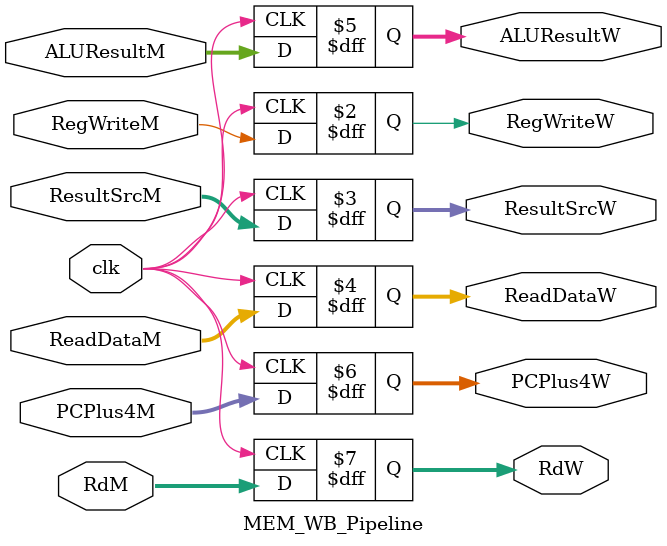
<source format=v>
module MEM_WB_Pipeline (
    input wire clk,                  // Clock signal
    input wire RegWriteM,            // Register Write Enable from MEM stage
    input wire [1:0] ResultSrcM,     // Result selection signal from MEM stage
    input wire [31:0] ReadDataM,     // Data read from memory
    input wire [31:0] ALUResultM,    // ALU result from MEM stage
    input wire [31:0] PCPlus4M,      // PC+4 from MEM stage
    input wire [4:0] RdM,            // Destination register from MEM stage

    output reg RegWriteW,            // Register Write Enable for WB stage
    output reg [1:0] ResultSrcW,     // Result selection signal for WB stage
    output reg [31:0] ReadDataW,     // Data read for WB stage
    output reg [31:0] ALUResultW,    // ALU result for WB stage
    output reg [31:0] PCPlus4W,      // PC+4 for WB stage
    output reg [4:0] RdW             // Destination register for WB stage
);

    // Sequential logic to store pipeline values
    always @(posedge clk) begin
        RegWriteW   <= RegWriteM;      // Pass RegWrite signal to WB stage
        ResultSrcW  <= ResultSrcM;     // Pass ResultSrc signal to WB stage
        ReadDataW   <= ReadDataM;      // Pass ReadData to WB stage
        ALUResultW  <= ALUResultM;     // Pass ALUResult to WB stage
        PCPlus4W    <= PCPlus4M;       // Pass PCPlus4 to WB stage
        RdW         <= RdM;            // Pass destination register to WB stage
    end

endmodule


</source>
